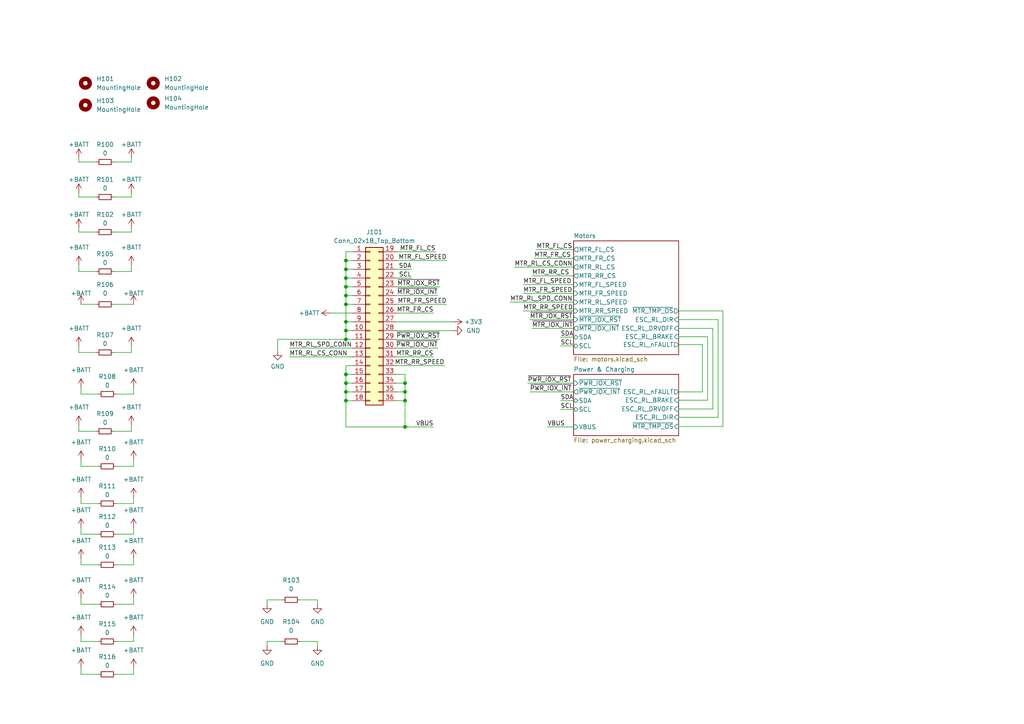
<source format=kicad_sch>
(kicad_sch (version 20230121) (generator eeschema)
  (paper "A4")
  (lib_symbols
    (symbol "Connector_Generic:Conn_02x18_Top_Bottom" (pin_names (offset 1.016) hide)
      (property "Reference" "J" (at 1.27 22.86 0))
      (property "Value" "Conn_02x18_Top_Bottom" (at 1.27 -25.4 0))
      (symbol "Conn_02x18_Top_Bottom_1_1"
        (rectangle (start -1.27 -22.733) (end 0 -22.987) (stroke (width 0.1524)))
        (rectangle (start -1.27 -20.193) (end 0 -20.447) (stroke (width 0.1524)))
        (rectangle (start -1.27 -17.653) (end 0 -17.907) (stroke (width 0.1524)))
        (rectangle (start -1.27 -15.113) (end 0 -15.367) (stroke (width 0.1524)))
        (rectangle (start -1.27 -12.573) (end 0 -12.827) (stroke (width 0.1524)))
        (rectangle (start -1.27 -10.033) (end 0 -10.287) (stroke (width 0.1524)))
        (rectangle (start -1.27 -7.493) (end 0 -7.747) (stroke (width 0.1524)))
        (rectangle (start -1.27 -4.953) (end 0 -5.207) (stroke (width 0.1524)))
        (rectangle (start -1.27 -2.413) (end 0 -2.667) (stroke (width 0.1524)))
        (rectangle (start -1.27 0.127) (end 0 -0.127) (stroke (width 0.1524)))
        (rectangle (start -1.27 2.667) (end 0 2.413) (stroke (width 0.1524)))
        (rectangle (start -1.27 5.207) (end 0 4.953) (stroke (width 0.1524)))
        (rectangle (start -1.27 7.747) (end 0 7.493) (stroke (width 0.1524)))
        (rectangle (start -1.27 10.287) (end 0 10.033) (stroke (width 0.1524)))
        (rectangle (start -1.27 12.827) (end 0 12.573) (stroke (width 0.1524)))
        (rectangle (start -1.27 15.367) (end 0 15.113) (stroke (width 0.1524)))
        (rectangle (start -1.27 17.907) (end 0 17.653) (stroke (width 0.1524)))
        (rectangle (start -1.27 20.447) (end 0 20.193) (stroke (width 0.1524)))
        (rectangle (start -1.27 21.59) (end 3.81 -24.13) (stroke (width 0.254)) (fill (type background)))
        (rectangle (start 3.81 -22.733) (end 2.54 -22.987) (stroke (width 0.1524)))
        (rectangle (start 3.81 -20.193) (end 2.54 -20.447) (stroke (width 0.1524)))
        (rectangle (start 3.81 -17.653) (end 2.54 -17.907) (stroke (width 0.1524)))
        (rectangle (start 3.81 -15.113) (end 2.54 -15.367) (stroke (width 0.1524)))
        (rectangle (start 3.81 -12.573) (end 2.54 -12.827) (stroke (width 0.1524)))
        (rectangle (start 3.81 -10.033) (end 2.54 -10.287) (stroke (width 0.1524)))
        (rectangle (start 3.81 -7.493) (end 2.54 -7.747) (stroke (width 0.1524)))
        (rectangle (start 3.81 -4.953) (end 2.54 -5.207) (stroke (width 0.1524)))
        (rectangle (start 3.81 -2.413) (end 2.54 -2.667) (stroke (width 0.1524)))
        (rectangle (start 3.81 0.127) (end 2.54 -0.127) (stroke (width 0.1524)))
        (rectangle (start 3.81 2.667) (end 2.54 2.413) (stroke (width 0.1524)))
        (rectangle (start 3.81 5.207) (end 2.54 4.953) (stroke (width 0.1524)))
        (rectangle (start 3.81 7.747) (end 2.54 7.493) (stroke (width 0.1524)))
        (rectangle (start 3.81 10.287) (end 2.54 10.033) (stroke (width 0.1524)))
        (rectangle (start 3.81 12.827) (end 2.54 12.573) (stroke (width 0.1524)))
        (rectangle (start 3.81 15.367) (end 2.54 15.113) (stroke (width 0.1524)))
        (rectangle (start 3.81 17.907) (end 2.54 17.653) (stroke (width 0.1524)))
        (rectangle (start 3.81 20.447) (end 2.54 20.193) (stroke (width 0.1524)))
        (pin passive line (at -5.08 20.32 0) (length 3.81) (name "Pin_1") (number "1"))
        (pin passive line (at -5.08 -2.54 0) (length 3.81) (name "Pin_10") (number "10"))
        (pin passive line (at -5.08 -5.08 0) (length 3.81) (name "Pin_11") (number "11"))
        (pin passive line (at -5.08 -7.62 0) (length 3.81) (name "Pin_12") (number "12"))
        (pin passive line (at -5.08 -10.16 0) (length 3.81) (name "Pin_13") (number "13"))
        (pin passive line (at -5.08 -12.7 0) (length 3.81) (name "Pin_14") (number "14"))
        (pin passive line (at -5.08 -15.24 0) (length 3.81) (name "Pin_15") (number "15"))
        (pin passive line (at -5.08 -17.78 0) (length 3.81) (name "Pin_16") (number "16"))
        (pin passive line (at -5.08 -20.32 0) (length 3.81) (name "Pin_17") (number "17"))
        (pin passive line (at -5.08 -22.86 0) (length 3.81) (name "Pin_18") (number "18"))
        (pin passive line (at 7.62 20.32 180) (length 3.81) (name "Pin_19") (number "19"))
        (pin passive line (at -5.08 17.78 0) (length 3.81) (name "Pin_2") (number "2"))
        (pin passive line (at 7.62 17.78 180) (length 3.81) (name "Pin_20") (number "20"))
        (pin passive line (at 7.62 15.24 180) (length 3.81) (name "Pin_21") (number "21"))
        (pin passive line (at 7.62 12.7 180) (length 3.81) (name "Pin_22") (number "22"))
        (pin passive line (at 7.62 10.16 180) (length 3.81) (name "Pin_23") (number "23"))
        (pin passive line (at 7.62 7.62 180) (length 3.81) (name "Pin_24") (number "24"))
        (pin passive line (at 7.62 5.08 180) (length 3.81) (name "Pin_25") (number "25"))
        (pin passive line (at 7.62 2.54 180) (length 3.81) (name "Pin_26") (number "26"))
        (pin passive line (at 7.62 0 180) (length 3.81) (name "Pin_27") (number "27"))
        (pin passive line (at 7.62 -2.54 180) (length 3.81) (name "Pin_28") (number "28"))
        (pin passive line (at 7.62 -5.08 180) (length 3.81) (name "Pin_29") (number "29"))
        (pin passive line (at -5.08 15.24 0) (length 3.81) (name "Pin_3") (number "3"))
        (pin passive line (at 7.62 -7.62 180) (length 3.81) (name "Pin_30") (number "30"))
        (pin passive line (at 7.62 -10.16 180) (length 3.81) (name "Pin_31") (number "31"))
        (pin passive line (at 7.62 -12.7 180) (length 3.81) (name "Pin_32") (number "32"))
        (pin passive line (at 7.62 -15.24 180) (length 3.81) (name "Pin_33") (number "33"))
        (pin passive line (at 7.62 -17.78 180) (length 3.81) (name "Pin_34") (number "34"))
        (pin passive line (at 7.62 -20.32 180) (length 3.81) (name "Pin_35") (number "35"))
        (pin passive line (at 7.62 -22.86 180) (length 3.81) (name "Pin_36") (number "36"))
        (pin passive line (at -5.08 12.7 0) (length 3.81) (name "Pin_4") (number "4"))
        (pin passive line (at -5.08 10.16 0) (length 3.81) (name "Pin_5") (number "5"))
        (pin passive line (at -5.08 7.62 0) (length 3.81) (name "Pin_6") (number "6"))
        (pin passive line (at -5.08 5.08 0) (length 3.81) (name "Pin_7") (number "7"))
        (pin passive line (at -5.08 2.54 0) (length 3.81) (name "Pin_8") (number "8"))
        (pin passive line (at -5.08 0 0) (length 3.81) (name "Pin_9") (number "9"))
      )
    )
    (symbol "Device:R_Small" (pin_numbers hide) (pin_names (offset 0.254) hide)
      (property "Reference" "R" (at 0.762 0.508 0))
      (property "Value" "R_Small" (at 0.762 -1.016 0))
      (symbol "R_Small_0_1"
        (rectangle (start -0.762 1.778) (end 0.762 -1.778) (stroke (width 0.2032)))
      )
      (symbol "R_Small_1_1"
        (pin passive line (at 0 2.54 270) (length 0.762) (name "~") (number "1"))
        (pin passive line (at 0 -2.54 90) (length 0.762) (name "~") (number "2"))
      )
    )
    (symbol "Mechanical:MountingHole" (pin_names (offset 1.016))
      (property "Reference" "H" (at 0 5.08 0))
      (property "Value" "MountingHole" (at 0 3.175 0))
      (symbol "MountingHole_0_1"
        (circle (center 0 0) (radius 1.27) (stroke (width 1.27)))
      )
    )
    (symbol "power:+3V3" (power) (pin_names (offset 0))
      (property "Value" "+3V3" (at 0 3.556 0))
      (symbol "+3V3_0_1"
        (polyline (pts (xy -0.762 1.27) (xy 0 2.54)))
        (polyline (pts (xy 0 0) (xy 0 2.54)))
        (polyline (pts (xy 0 2.54) (xy 0.762 1.27)))
      )
      (symbol "+3V3_1_1"
        (pin power_in line (at 0 0 90) (length 0) hide (name "+3V3") (number "1"))
      )
    )
    (symbol "power:+BATT" (power) (pin_names (offset 0))
      (property "Value" "+BATT" (at 0 3.556 0))
      (symbol "+BATT_0_1"
        (polyline (pts (xy -0.762 1.27) (xy 0 2.54)))
        (polyline (pts (xy 0 0) (xy 0 2.54)))
        (polyline (pts (xy 0 2.54) (xy 0.762 1.27)))
      )
      (symbol "+BATT_1_1"
        (pin power_in line (at 0 0 90) (length 0) hide (name "+BATT") (number "1"))
      )
    )
    (symbol "power:GND" (power) (pin_names (offset 0))
      (property "Value" "GND" (at 0 -3.81 0))
      (symbol "GND_0_1"
        (polyline (pts (xy 0 0) (xy 0 -1.27) (xy 1.27 -1.27) (xy 0 -2.54) (xy -1.27 -1.27) (xy 0 -1.27)))
      )
      (symbol "GND_1_1"
        (pin power_in line (at 0 0 270) (length 0) hide (name "GND") (number "1"))
      )
    )
  )
  (junction (at 100.33 75.565))
  (junction (at 117.475 111.125))
  (junction (at 100.33 95.885))
  (junction (at 117.475 116.205))
  (junction (at 100.33 98.425))
  (junction (at 100.33 85.725))
  (junction (at 117.475 123.825))
  (junction (at 100.33 88.265))
  (junction (at 117.475 113.665))
  (junction (at 100.33 113.665))
  (junction (at 100.33 108.585))
  (junction (at 100.33 116.205))
  (junction (at 100.33 83.185))
  (junction (at 100.33 80.645))
  (junction (at 100.33 93.345))
  (junction (at 100.33 78.105))
  (junction (at 100.33 111.125))
  (wire (pts (xy 38.735 144.145) (xy 38.735 146.05)))
  (wire (pts (xy 22.86 100.33) (xy 22.86 102.235)))
  (wire (pts (xy 38.1 66.04) (xy 38.1 67.31)))
  (wire (pts (xy 86.995 186.055) (xy 92.075 186.055)))
  (wire (pts (xy 155.575 72.39) (xy 166.37 72.39)))
  (wire (pts (xy 100.33 108.585) (xy 100.33 111.125)))
  (wire (pts (xy 196.85 118.618) (xy 206.756 118.618)))
  (wire (pts (xy 196.85 90.17) (xy 209.677 90.17)))
  (wire (pts (xy 33.02 78.74) (xy 38.1 78.74)))
  (wire (pts (xy 114.935 85.725) (xy 127 85.725)))
  (wire (pts (xy 33.655 135.255) (xy 38.735 135.255)))
  (wire (pts (xy 80.518 101.854) (xy 80.518 98.425)))
  (wire (pts (xy 83.947 100.965) (xy 102.235 100.965)))
  (wire (pts (xy 114.935 95.885) (xy 131.445 95.885)))
  (wire (pts (xy 80.518 98.425) (xy 100.33 98.425)))
  (wire (pts (xy 23.495 186.055) (xy 28.575 186.055)))
  (wire (pts (xy 38.1 76.835) (xy 38.1 78.74)))
  (wire (pts (xy 117.475 116.205) (xy 117.475 123.825)))
  (wire (pts (xy 114.935 98.425) (xy 127.635 98.425)))
  (wire (pts (xy 100.33 111.125) (xy 100.33 113.665)))
  (wire (pts (xy 100.33 78.105) (xy 102.235 78.105)))
  (wire (pts (xy 23.495 195.58) (xy 28.575 195.58)))
  (wire (pts (xy 114.935 106.045) (xy 128.905 106.045)))
  (wire (pts (xy 77.47 173.99) (xy 81.915 173.99)))
  (wire (pts (xy 154.94 74.93) (xy 166.37 74.93)))
  (wire (pts (xy 77.47 173.99) (xy 77.47 175.26)))
  (wire (pts (xy 166.37 87.63) (xy 147.955 87.63)))
  (wire (pts (xy 196.85 92.71) (xy 208.28 92.71)))
  (wire (pts (xy 203.708 113.665) (xy 203.708 99.949)))
  (wire (pts (xy 23.495 153.035) (xy 23.495 154.94)))
  (wire (pts (xy 22.86 76.835) (xy 22.86 78.74)))
  (wire (pts (xy 196.85 113.665) (xy 203.708 113.665)))
  (wire (pts (xy 114.935 116.205) (xy 117.475 116.205)))
  (wire (pts (xy 100.33 83.185) (xy 100.33 85.725)))
  (wire (pts (xy 114.935 108.585) (xy 117.475 108.585)))
  (wire (pts (xy 100.33 93.345) (xy 100.33 95.885)))
  (wire (pts (xy 38.1 123.19) (xy 38.1 125.095)))
  (wire (pts (xy 114.935 90.805) (xy 125.73 90.805)))
  (wire (pts (xy 100.33 111.125) (xy 102.235 111.125)))
  (wire (pts (xy 22.86 66.04) (xy 22.86 67.31)))
  (wire (pts (xy 102.235 73.025) (xy 100.33 73.025)))
  (wire (pts (xy 38.735 153.035) (xy 38.735 154.94)))
  (wire (pts (xy 23.495 193.675) (xy 23.495 195.58)))
  (wire (pts (xy 33.02 125.095) (xy 38.1 125.095)))
  (wire (pts (xy 100.33 95.885) (xy 100.33 98.425)))
  (wire (pts (xy 33.655 175.26) (xy 38.735 175.26)))
  (wire (pts (xy 117.475 108.585) (xy 117.475 111.125)))
  (wire (pts (xy 23.495 135.255) (xy 28.575 135.255)))
  (wire (pts (xy 100.33 108.585) (xy 102.235 108.585)))
  (wire (pts (xy 203.708 99.949) (xy 196.85 99.949)))
  (wire (pts (xy 92.075 187.325) (xy 92.075 186.055)))
  (wire (pts (xy 33.655 195.58) (xy 38.735 195.58)))
  (wire (pts (xy 114.935 100.965) (xy 127 100.965)))
  (wire (pts (xy 114.935 93.345) (xy 131.445 93.345)))
  (wire (pts (xy 114.935 88.265) (xy 129.54 88.265)))
  (wire (pts (xy 23.495 184.15) (xy 23.495 186.055)))
  (wire (pts (xy 92.075 175.26) (xy 92.075 173.99)))
  (wire (pts (xy 77.47 186.055) (xy 77.47 187.325)))
  (wire (pts (xy 114.935 73.025) (xy 126.365 73.025)))
  (wire (pts (xy 100.33 83.185) (xy 102.235 83.185)))
  (wire (pts (xy 33.655 163.83) (xy 38.735 163.83)))
  (wire (pts (xy 100.33 116.205) (xy 102.235 116.205)))
  (wire (pts (xy 22.86 45.72) (xy 22.86 46.99)))
  (wire (pts (xy 100.33 73.025) (xy 100.33 75.565)))
  (wire (pts (xy 38.735 173.355) (xy 38.735 175.26)))
  (wire (pts (xy 153.67 92.71) (xy 166.37 92.71)))
  (wire (pts (xy 162.56 118.745) (xy 166.37 118.745)))
  (wire (pts (xy 102.235 103.505) (xy 83.947 103.505)))
  (wire (pts (xy 114.935 83.185) (xy 127.635 83.185)))
  (wire (pts (xy 33.655 186.055) (xy 38.735 186.055)))
  (wire (pts (xy 100.33 75.565) (xy 102.235 75.565)))
  (wire (pts (xy 23.495 173.355) (xy 23.495 175.26)))
  (wire (pts (xy 100.33 123.825) (xy 117.475 123.825)))
  (wire (pts (xy 117.475 111.125) (xy 117.475 113.665)))
  (wire (pts (xy 38.735 184.15) (xy 38.735 186.055)))
  (wire (pts (xy 22.86 78.74) (xy 27.94 78.74)))
  (wire (pts (xy 23.495 161.925) (xy 23.495 163.83)))
  (wire (pts (xy 23.495 154.94) (xy 28.575 154.94)))
  (wire (pts (xy 38.735 112.395) (xy 38.735 114.3)))
  (wire (pts (xy 117.475 113.665) (xy 117.475 116.205)))
  (wire (pts (xy 114.935 103.505) (xy 125.73 103.505)))
  (wire (pts (xy 23.495 114.3) (xy 28.575 114.3)))
  (wire (pts (xy 154.305 80.01) (xy 166.37 80.01)))
  (wire (pts (xy 151.765 85.09) (xy 166.37 85.09)))
  (wire (pts (xy 100.33 116.205) (xy 100.33 123.825)))
  (wire (pts (xy 95.885 90.805) (xy 102.235 90.805)))
  (wire (pts (xy 114.935 113.665) (xy 117.475 113.665)))
  (wire (pts (xy 158.75 123.825) (xy 166.37 123.825)))
  (wire (pts (xy 153.67 113.665) (xy 166.37 113.665)))
  (wire (pts (xy 38.1 67.31) (xy 33.02 67.31)))
  (wire (pts (xy 100.33 106.045) (xy 102.235 106.045)))
  (wire (pts (xy 33.655 114.3) (xy 38.735 114.3)))
  (wire (pts (xy 38.735 161.925) (xy 38.735 163.83)))
  (wire (pts (xy 100.33 75.565) (xy 100.33 78.105)))
  (wire (pts (xy 38.1 55.88) (xy 38.1 57.15)))
  (wire (pts (xy 100.33 85.725) (xy 100.33 88.265)))
  (wire (pts (xy 114.935 111.125) (xy 117.475 111.125)))
  (wire (pts (xy 22.86 57.15) (xy 27.94 57.15)))
  (wire (pts (xy 205.232 116.078) (xy 205.232 97.663)))
  (wire (pts (xy 100.33 88.265) (xy 100.33 93.345)))
  (wire (pts (xy 153.035 111.125) (xy 166.37 111.125)))
  (wire (pts (xy 23.495 112.395) (xy 23.495 114.3)))
  (wire (pts (xy 22.86 123.19) (xy 22.86 125.095)))
  (wire (pts (xy 100.33 106.045) (xy 100.33 108.585)))
  (wire (pts (xy 100.33 93.345) (xy 102.235 93.345)))
  (wire (pts (xy 151.765 90.17) (xy 166.37 90.17)))
  (wire (pts (xy 100.33 80.645) (xy 102.235 80.645)))
  (wire (pts (xy 23.495 133.35) (xy 23.495 135.255)))
  (wire (pts (xy 149.225 77.47) (xy 166.37 77.47)))
  (wire (pts (xy 100.33 113.665) (xy 102.235 113.665)))
  (wire (pts (xy 38.1 45.72) (xy 38.1 46.99)))
  (wire (pts (xy 196.85 116.078) (xy 205.232 116.078)))
  (wire (pts (xy 100.33 95.885) (xy 102.235 95.885)))
  (wire (pts (xy 23.495 146.05) (xy 28.575 146.05)))
  (wire (pts (xy 114.935 75.565) (xy 129.54 75.565)))
  (wire (pts (xy 196.85 123.698) (xy 209.677 123.698)))
  (wire (pts (xy 38.1 57.15) (xy 33.02 57.15)))
  (wire (pts (xy 206.756 95.25) (xy 196.85 95.25)))
  (wire (pts (xy 22.86 55.88) (xy 22.86 57.15)))
  (wire (pts (xy 100.33 80.645) (xy 100.33 83.185)))
  (wire (pts (xy 209.677 90.17) (xy 209.677 123.698)))
  (wire (pts (xy 38.735 133.35) (xy 38.735 135.255)))
  (wire (pts (xy 22.86 46.99) (xy 27.94 46.99)))
  (wire (pts (xy 38.735 193.675) (xy 38.735 195.58)))
  (wire (pts (xy 206.756 118.618) (xy 206.756 95.25)))
  (wire (pts (xy 38.735 88.265) (xy 33.02 88.265)))
  (wire (pts (xy 154.305 95.25) (xy 166.37 95.25)))
  (wire (pts (xy 22.86 67.31) (xy 27.94 67.31)))
  (wire (pts (xy 151.765 82.55) (xy 166.37 82.55)))
  (wire (pts (xy 162.56 116.205) (xy 166.37 116.205)))
  (wire (pts (xy 100.33 98.425) (xy 102.235 98.425)))
  (wire (pts (xy 114.935 78.105) (xy 119.38 78.105)))
  (wire (pts (xy 33.02 102.235) (xy 38.1 102.235)))
  (wire (pts (xy 33.655 154.94) (xy 38.735 154.94)))
  (wire (pts (xy 38.1 46.99) (xy 33.02 46.99)))
  (wire (pts (xy 22.86 125.095) (xy 27.94 125.095)))
  (wire (pts (xy 100.33 113.665) (xy 100.33 116.205)))
  (wire (pts (xy 86.995 173.99) (xy 92.075 173.99)))
  (wire (pts (xy 162.56 100.33) (xy 166.37 100.33)))
  (wire (pts (xy 100.33 78.105) (xy 100.33 80.645)))
  (wire (pts (xy 208.28 92.71) (xy 208.28 121.031)))
  (wire (pts (xy 162.56 97.79) (xy 166.37 97.79)))
  (wire (pts (xy 22.86 102.235) (xy 27.94 102.235)))
  (wire (pts (xy 208.28 121.031) (xy 196.85 121.031)))
  (wire (pts (xy 114.935 80.645) (xy 119.38 80.645)))
  (wire (pts (xy 205.232 97.663) (xy 196.85 97.663)))
  (wire (pts (xy 23.495 175.26) (xy 28.575 175.26)))
  (wire (pts (xy 77.47 186.055) (xy 81.915 186.055)))
  (wire (pts (xy 23.495 163.83) (xy 28.575 163.83)))
  (wire (pts (xy 38.1 100.33) (xy 38.1 102.235)))
  (wire (pts (xy 33.655 146.05) (xy 38.735 146.05)))
  (wire (pts (xy 117.475 123.825) (xy 125.73 123.825)))
  (wire (pts (xy 27.94 88.265) (xy 23.495 88.265)))
  (wire (pts (xy 100.33 85.725) (xy 102.235 85.725)))
  (wire (pts (xy 23.495 144.145) (xy 23.495 146.05)))
  (wire (pts (xy 100.33 88.265) (xy 102.235 88.265)))
  (label "MTR_RL_SPD_CONN" (at 83.947 100.965 0))
  (label "~{MTR_IOX_RST}" (at 153.67 92.71 0))
  (label "VBUS" (at 158.75 123.825 0))
  (label "SDA" (at 162.56 116.205 0))
  (label "~{MTR_IOX_RST}" (at 127.635 83.185 180))
  (label "MTR_FR_CS" (at 154.94 74.93 0))
  (label "MTR_FL_CS" (at 126.365 73.025 180))
  (label "MTR_RR_CS" (at 125.73 103.505 180))
  (label "MTR_FL_CS" (at 155.575 72.39 0))
  (label "VBUS" (at 125.73 123.825 180))
  (label "~{MTR_IOX_INT}" (at 127 85.725 180))
  (label "~{PWR_IOX_RST}" (at 127.635 98.425 180))
  (label "~{PWR_IOX_INT}" (at 127 100.965 180))
  (label "MTR_FL_SPEED" (at 129.54 75.565 180))
  (label "MTR_RR_SPEED" (at 128.905 106.045 180))
  (label "MTR_RL_CS_CONN" (at 83.947 103.505 0))
  (label "SDA" (at 162.56 97.79 0))
  (label "MTR_FL_SPEED" (at 151.765 82.55 0))
  (label "MTR_RL_CS_CONN" (at 149.225 77.47 0))
  (label "SCL" (at 162.56 100.33 0))
  (label "MTR_RR_SPEED" (at 151.765 90.17 0))
  (label "MTR_FR_CS" (at 125.73 90.805 180))
  (label "MTR_RL_SPD_CONN" (at 147.955 87.63 0))
  (label "SCL" (at 162.56 118.745 0))
  (label "SCL" (at 119.38 80.645 180))
  (label "~{MTR_IOX_INT}" (at 154.305 95.25 0))
  (label "~{PWR_IOX_INT}" (at 153.67 113.665 0))
  (label "MTR_FR_SPEED" (at 151.765 85.09 0))
  (label "SDA" (at 119.38 78.105 180))
  (label "MTR_RR_CS" (at 154.305 80.01 0))
  (label "MTR_FR_SPEED" (at 129.54 88.265 180))
  (label "~{PWR_IOX_RST}" (at 153.035 111.125 0))
  (symbol (lib_id "power:+BATT") (at 95.885 90.805 90) (unit 1)
    (property "Reference" "#PWR0103" (effects hide))
    (property "Value" "+BATT" (at 92.71 90.805 90) (effects (justify left)))
  )
  (symbol (lib_id "Mechanical:MountingHole") (at 24.765 30.48 0) (unit 1)
    (property "Reference" "H103" (at 27.94 29.21 0) (effects (justify left)))
    (property "Value" "MountingHole" (at 27.94 31.75 0) (effects (justify left)))
    (property "Footprint" "MountingHole:MountingHole_2.5mm_Pad_Via" (effects hide))
  )
  (symbol (lib_id "power:+BATT") (at 23.495 133.35 0) (unit 1)
    (property "Reference" "#PWR0125" (effects hide))
    (property "Value" "+BATT" (at 23.495 128.27 0))
  )
  (symbol (lib_id "power:+3V3") (at 131.445 93.345 270) (unit 1)
    (property "Reference" "#PWR0102" (effects hide))
    (property "Value" "+3V3" (at 134.62 93.345 90) (effects (justify left)))
  )
  (symbol (lib_id "power:+BATT") (at 38.1 123.19 0) (unit 1)
    (property "Reference" "#PWR0124" (effects hide))
    (property "Value" "+BATT" (at 38.1 118.11 0))
  )
  (symbol (lib_id "Device:R_Small") (at 31.115 186.055 90) (unit 1)
    (property "Reference" "R115" (at 31.115 180.975 90))
    (property "Value" "0" (at 31.115 183.515 90))
    (property "Footprint" "capstone:5104TR" (effects hide))
  )
  (symbol (lib_id "power:+BATT") (at 23.495 173.355 0) (unit 1)
    (property "Reference" "#PWR0133" (effects hide))
    (property "Value" "+BATT" (at 23.495 168.275 0))
  )
  (symbol (lib_id "power:+BATT") (at 22.86 55.88 0) (unit 1)
    (property "Reference" "#PWR0106" (effects hide))
    (property "Value" "+BATT" (at 22.86 52.07 0))
  )
  (symbol (lib_id "power:+BATT") (at 38.735 153.035 0) (unit 1)
    (property "Reference" "#PWR0130" (effects hide))
    (property "Value" "+BATT" (at 38.735 147.955 0))
  )
  (symbol (lib_id "power:+BATT") (at 38.735 193.675 0) (unit 1)
    (property "Reference" "#PWR0138" (effects hide))
    (property "Value" "+BATT" (at 38.735 188.595 0))
  )
  (symbol (lib_id "power:+BATT") (at 38.1 66.04 0) (unit 1)
    (property "Reference" "#PWR0109" (effects hide))
    (property "Value" "+BATT" (at 38.1 62.23 0))
  )
  (symbol (lib_id "Device:R_Small") (at 30.48 102.235 90) (unit 1)
    (property "Reference" "R107" (at 30.48 97.155 90))
    (property "Value" "0" (at 30.48 99.695 90))
    (property "Footprint" "capstone:5104TR" (effects hide))
  )
  (symbol (lib_id "Mechanical:MountingHole") (at 24.765 24.13 0) (unit 1)
    (property "Reference" "H101" (at 27.94 22.86 0) (effects (justify left)))
    (property "Value" "MountingHole" (at 27.94 25.4 0) (effects (justify left)))
    (property "Footprint" "MountingHole:MountingHole_2.5mm_Pad_Via" (effects hide))
  )
  (symbol (lib_id "Device:R_Small") (at 31.115 154.94 90) (unit 1)
    (property "Reference" "R112" (at 31.115 149.86 90))
    (property "Value" "0" (at 31.115 152.4 90))
    (property "Footprint" "capstone:5104TR" (effects hide))
  )
  (symbol (lib_id "power:+BATT") (at 38.735 133.35 0) (unit 1)
    (property "Reference" "#PWR0126" (effects hide))
    (property "Value" "+BATT" (at 38.735 128.27 0))
  )
  (symbol (lib_id "Device:R_Small") (at 30.48 46.99 90) (unit 1)
    (property "Reference" "R100" (at 30.48 41.91 90))
    (property "Value" "0" (at 30.48 44.45 90))
    (property "Footprint" "Resistor_SMD:R_2512_6332Metric" (effects hide))
    (property "Datasheet" "https://www.seielect.com/catalog/sei-hcj.pdf" (effects hide))
    (property "LCSC" "C346503" (effects hide))
  )
  (symbol (lib_id "power:+BATT") (at 38.1 55.88 0) (unit 1)
    (property "Reference" "#PWR0107" (effects hide))
    (property "Value" "+BATT" (at 38.1 52.07 0))
  )
  (symbol (lib_id "Connector_Generic:Conn_02x18_Top_Bottom") (at 107.315 93.345 0) (unit 1)
    (property "Reference" "J101" (at 108.585 67.31 0))
    (property "Value" "Conn_02x18_Top_Bottom" (at 108.585 69.85 0))
    (property "Footprint" "capstone:20021311-00036T4LF" (effects hide))
  )
  (symbol (lib_id "Mechanical:MountingHole") (at 44.45 29.845 0) (unit 1)
    (property "Reference" "H104" (at 47.625 28.575 0) (effects (justify left)))
    (property "Value" "MountingHole" (at 47.625 31.115 0) (effects (justify left)))
    (property "Footprint" "MountingHole:MountingHole_2.5mm_Pad_Via" (effects hide))
  )
  (symbol (lib_id "power:+BATT") (at 38.1 100.33 0) (unit 1)
    (property "Reference" "#PWR0120" (effects hide))
    (property "Value" "+BATT" (at 38.1 95.25 0))
  )
  (symbol (lib_id "Device:R_Small") (at 31.115 135.255 90) (unit 1)
    (property "Reference" "R110" (at 31.115 130.175 90))
    (property "Value" "0" (at 31.115 132.715 90))
    (property "Footprint" "capstone:5104TR" (effects hide))
  )
  (symbol (lib_id "power:+BATT") (at 38.1 76.835 0) (unit 1)
    (property "Reference" "#PWR0115" (effects hide))
    (property "Value" "+BATT" (at 38.1 71.755 0))
  )
  (symbol (lib_id "power:GND") (at 77.47 187.325 0) (unit 1)
    (property "Reference" "#PWR0113" (effects hide))
    (property "Value" "GND" (at 77.47 192.405 0))
  )
  (symbol (lib_id "Device:R_Small") (at 31.115 163.83 90) (unit 1)
    (property "Reference" "R113" (at 31.115 158.75 90))
    (property "Value" "0" (at 31.115 161.29 90))
    (property "Footprint" "capstone:5104TR" (effects hide))
  )
  (symbol (lib_id "power:+BATT") (at 23.495 144.145 0) (unit 1)
    (property "Reference" "#PWR0127" (effects hide))
    (property "Value" "+BATT" (at 23.495 139.065 0))
  )
  (symbol (lib_id "power:+BATT") (at 23.495 112.395 0) (unit 1)
    (property "Reference" "#PWR0121" (effects hide))
    (property "Value" "+BATT" (at 23.495 107.315 0))
  )
  (symbol (lib_id "Device:R_Small") (at 31.115 195.58 90) (unit 1)
    (property "Reference" "R116" (at 31.115 190.5 90))
    (property "Value" "0" (at 31.115 193.04 90))
    (property "Footprint" "capstone:5104TR" (effects hide))
  )
  (symbol (lib_id "power:+BATT") (at 22.86 123.19 0) (unit 1)
    (property "Reference" "#PWR0123" (effects hide))
    (property "Value" "+BATT" (at 22.86 118.11 0))
  )
  (symbol (lib_id "Device:R_Small") (at 31.115 146.05 90) (unit 1)
    (property "Reference" "R111" (at 31.115 140.97 90))
    (property "Value" "0" (at 31.115 143.51 90))
    (property "Footprint" "capstone:5104TR" (effects hide))
  )
  (symbol (lib_id "power:+BATT") (at 38.735 88.265 0) (unit 1)
    (property "Reference" "#PWR0117" (effects hide))
    (property "Value" "+BATT" (at 38.735 85.09 0))
  )
  (symbol (lib_id "power:+BATT") (at 38.735 173.355 0) (unit 1)
    (property "Reference" "#PWR0134" (effects hide))
    (property "Value" "+BATT" (at 38.735 168.275 0))
  )
  (symbol (lib_id "power:+BATT") (at 38.1 45.72 0) (unit 1)
    (property "Reference" "#PWR0104" (effects hide))
    (property "Value" "+BATT" (at 38.1 41.91 0))
  )
  (symbol (lib_id "power:+BATT") (at 23.495 88.265 0) (unit 1)
    (property "Reference" "#PWR0118" (effects hide))
    (property "Value" "+BATT" (at 23.495 85.09 0))
  )
  (symbol (lib_id "Device:R_Small") (at 84.455 186.055 90) (unit 1)
    (property "Reference" "R104" (at 84.455 180.34 90))
    (property "Value" "0" (at 84.455 182.88 90))
    (property "Footprint" "Resistor_SMD:R_2512_6332Metric" (effects hide))
  )
  (symbol (lib_id "power:+BATT") (at 38.735 112.395 0) (unit 1)
    (property "Reference" "#PWR0122" (effects hide))
    (property "Value" "+BATT" (at 38.735 107.315 0))
  )
  (symbol (lib_id "power:+BATT") (at 38.735 144.145 0) (unit 1)
    (property "Reference" "#PWR0128" (effects hide))
    (property "Value" "+BATT" (at 38.735 139.065 0))
  )
  (symbol (lib_id "power:+BATT") (at 23.495 153.035 0) (unit 1)
    (property "Reference" "#PWR0129" (effects hide))
    (property "Value" "+BATT" (at 23.495 147.955 0))
  )
  (symbol (lib_id "Device:R_Small") (at 30.48 125.095 90) (unit 1)
    (property "Reference" "R109" (at 30.48 120.015 90))
    (property "Value" "0" (at 30.48 122.555 90))
    (property "Footprint" "capstone:5104TR" (effects hide))
  )
  (symbol (lib_id "Device:R_Small") (at 84.455 173.99 90) (unit 1)
    (property "Reference" "R103" (at 84.455 168.275 90))
    (property "Value" "0" (at 84.455 170.815 90))
    (property "Footprint" "Resistor_SMD:R_2512_6332Metric" (effects hide))
  )
  (symbol (lib_id "power:+BATT") (at 22.86 100.33 0) (unit 1)
    (property "Reference" "#PWR0119" (effects hide))
    (property "Value" "+BATT" (at 22.86 95.25 0))
  )
  (symbol (lib_id "Device:R_Small") (at 30.48 67.31 90) (unit 1)
    (property "Reference" "R102" (at 30.48 62.23 90))
    (property "Value" "0" (at 30.48 64.77 90))
    (property "Footprint" "Resistor_SMD:R_2010_5025Metric" (effects hide))
    (property "Datasheet" "https://www.seielect.com/catalog/sei-hcj.pdf" (effects hide))
    (property "LCSC" "C346502" (effects hide))
  )
  (symbol (lib_id "power:GND") (at 77.47 175.26 0) (unit 1)
    (property "Reference" "#PWR0112" (effects hide))
    (property "Value" "GND" (at 77.47 180.34 0))
  )
  (symbol (lib_id "power:+BATT") (at 23.495 161.925 0) (unit 1)
    (property "Reference" "#PWR0131" (effects hide))
    (property "Value" "+BATT" (at 23.495 156.845 0))
  )
  (symbol (lib_id "Device:R_Small") (at 30.48 78.74 90) (unit 1)
    (property "Reference" "R105" (at 30.48 73.66 90))
    (property "Value" "0" (at 30.48 76.2 90))
    (property "Footprint" "capstone:5104TR" (effects hide))
  )
  (symbol (lib_id "power:GND") (at 92.075 187.325 0) (unit 1)
    (property "Reference" "#PWR0114" (effects hide))
    (property "Value" "GND" (at 92.075 192.405 0))
  )
  (symbol (lib_id "power:+BATT") (at 22.86 66.04 0) (unit 1)
    (property "Reference" "#PWR0108" (effects hide))
    (property "Value" "+BATT" (at 22.86 62.23 0))
  )
  (symbol (lib_id "Mechanical:MountingHole") (at 44.45 24.13 0) (unit 1)
    (property "Reference" "H102" (at 47.625 22.86 0) (effects (justify left)))
    (property "Value" "MountingHole" (at 47.625 25.4 0) (effects (justify left)))
    (property "Footprint" "MountingHole:MountingHole_2.5mm_Pad_Via" (effects hide))
  )
  (symbol (lib_id "power:GND") (at 92.075 175.26 0) (unit 1)
    (property "Reference" "#PWR0111" (effects hide))
    (property "Value" "GND" (at 92.075 180.34 0))
  )
  (symbol (lib_id "power:+BATT") (at 22.86 45.72 0) (unit 1)
    (property "Reference" "#PWR0105" (effects hide))
    (property "Value" "+BATT" (at 22.86 41.91 0))
  )
  (symbol (lib_id "power:GND") (at 80.518 101.854 0) (unit 1)
    (property "Reference" "#PWR0101" (effects hide))
    (property "Value" "GND" (at 80.518 106.299 0))
  )
  (symbol (lib_id "Device:R_Small") (at 30.48 57.15 90) (unit 1)
    (property "Reference" "R101" (at 30.48 52.07 90))
    (property "Value" "0" (at 30.48 54.61 90))
    (property "Footprint" "Resistor_SMD:R_2512_6332Metric" (effects hide))
    (property "Datasheet" "https://www.seielect.com/catalog/sei-hcj.pdf" (effects hide))
    (property "LCSC" "C346502" (effects hide))
  )
  (symbol (lib_id "Device:R_Small") (at 30.48 88.265 90) (unit 1)
    (property "Reference" "R106" (at 30.48 82.55 90))
    (property "Value" "0" (at 30.48 85.09 90))
    (property "Footprint" "Resistor_SMD:R_1206_3216Metric" (effects hide))
  )
  (symbol (lib_id "power:GND") (at 131.445 95.885 90) (mirror x) (unit 1)
    (property "Reference" "#PWR0110" (effects hide))
    (property "Value" "GND" (at 135.255 95.885 90) (effects (justify right)))
  )
  (symbol (lib_id "Device:R_Small") (at 31.115 114.3 90) (unit 1)
    (property "Reference" "R108" (at 31.115 109.22 90))
    (property "Value" "0" (at 31.115 111.76 90))
    (property "Footprint" "capstone:5104TR" (effects hide))
  )
  (symbol (lib_id "power:+BATT") (at 22.86 76.835 0) (unit 1)
    (property "Reference" "#PWR0116" (effects hide))
    (property "Value" "+BATT" (at 22.86 71.755 0))
  )
  (symbol (lib_id "power:+BATT") (at 23.495 184.15 0) (unit 1)
    (property "Reference" "#PWR0135" (effects hide))
    (property "Value" "+BATT" (at 23.495 179.07 0))
  )
  (symbol (lib_id "power:+BATT") (at 38.735 161.925 0) (unit 1)
    (property "Reference" "#PWR0132" (effects hide))
    (property "Value" "+BATT" (at 38.735 156.845 0))
  )
  (symbol (lib_id "power:+BATT") (at 38.735 184.15 0) (unit 1)
    (property "Reference" "#PWR0136" (effects hide))
    (property "Value" "+BATT" (at 38.735 179.07 0))
  )
  (symbol (lib_id "Device:R_Small") (at 31.115 175.26 90) (unit 1)
    (property "Reference" "R114" (at 31.115 170.18 90))
    (property "Value" "0" (at 31.115 172.72 90))
    (property "Footprint" "capstone:5104TR" (effects hide))
  )
  (symbol (lib_id "power:+BATT") (at 23.495 193.675 0) (unit 1)
    (property "Reference" "#PWR0137" (effects hide))
    (property "Value" "+BATT" (at 23.495 188.595 0))
  )
  (sheet (at 166.37 69.85) (size 30.48 33.02) (stroke (width 0.1524))
    (property "Sheetname" "Motors" (at 166.37 69.1384 0) (effects (justify left bottom)))
    (property "Sheetfile" "motors.kicad_sch" (at 166.37 103.4546 0) (effects (justify left top)))
    (pin "~{MTR_IOX_RST}" input (at 166.37 92.71 180))
    (pin "SDA" bidirectional (at 166.37 97.79 180))
    (pin "~{MTR_IOX_INT}" output (at 166.37 95.25 180))
    (pin "SCL" bidirectional (at 166.37 100.33 180))
    (pin "MTR_RR_CS" output (at 166.37 80.01 180))
    (pin "MTR_RR_SPEED" input (at 166.37 90.17 180))
    (pin "MTR_RL_SPEED" input (at 166.37 87.63 180))
    (pin "MTR_RL_CS" output (at 166.37 77.47 180))
    (pin "MTR_FR_SPEED" input (at 166.37 85.09 180))
    (pin "MTR_FR_CS" output (at 166.37 74.93 180))
    (pin "MTR_FL_CS" output (at 166.37 72.39 180))
    (pin "MTR_FL_SPEED" input (at 166.37 82.55 180))
    (pin "~{MTR_TMP_OS}" output (at 196.85 90.17 0))
    (pin "ESC_RL_DIR" input (at 196.85 92.71 0))
    (pin "ESC_RL_DRVOFF" input (at 196.85 95.25 0))
    (pin "ESC_RL_BRAKE" input (at 196.85 97.663 0))
    (pin "ESC_RL_nFAULT" output (at 196.85 99.949 0))
  )
  (sheet (at 166.37 108.585) (size 30.48 17.78) (stroke (width 0.1524))
    (property "Sheetname" "Power & Charging" (at 166.37 107.8734 0) (effects (justify left bottom)))
    (property "Sheetfile" "power_charging.kicad_sch" (at 166.37 126.9496 0) (effects (justify left top)))
    (pin "SDA" bidirectional (at 166.37 116.205 180))
    (pin "SCL" bidirectional (at 166.37 118.745 180))
    (pin "~{MTR_TMP_OS}" input (at 196.85 123.698 0))
    (pin "~{PWR_IOX_RST}" input (at 166.37 111.125 180))
    (pin "~{PWR_IOX_INT}" output (at 166.37 113.665 180))
    (pin "VBUS" input (at 166.37 123.825 180))
    (pin "ESC_RL_DRVOFF" input (at 196.85 118.618 0))
    (pin "ESC_RL_nFAULT" output (at 196.85 113.665 0))
    (pin "ESC_RL_DIR" input (at 196.85 121.031 0))
    (pin "ESC_RL_BRAKE" input (at 196.85 116.078 0))
  )
)
</source>
